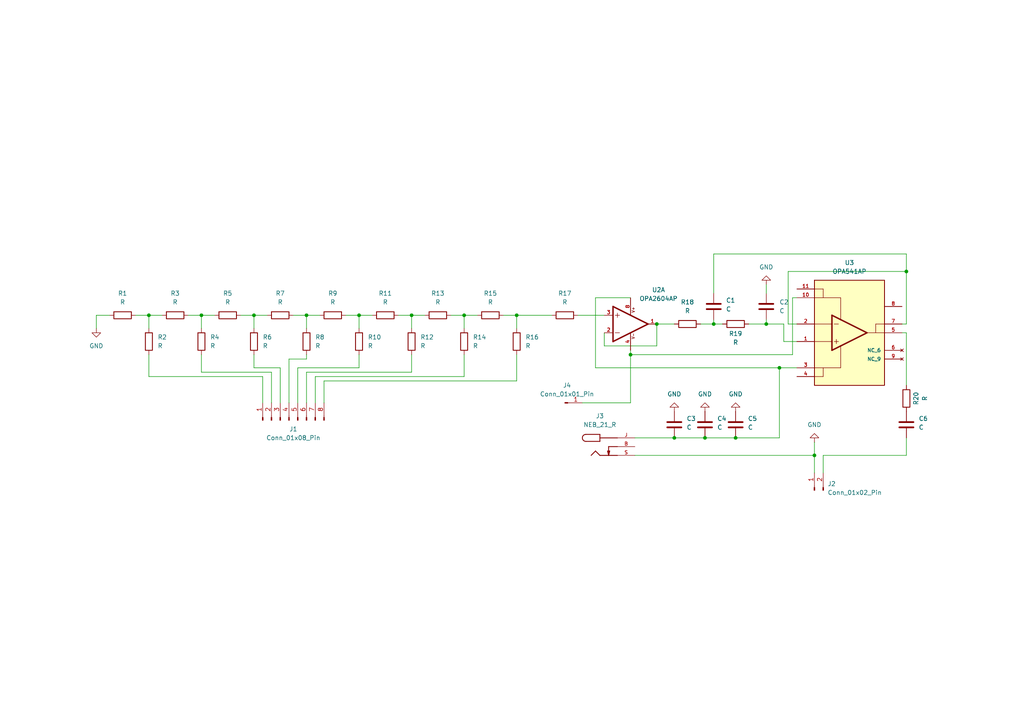
<source format=kicad_sch>
(kicad_sch (version 20231120) (generator "eeschema") (generator_version "8.0")
  (paper "A4")
  (lib_symbols
    (symbol "Connector:Conn_01x01_Pin" (pin_names (offset 1.016) hide)
      (property "Reference" "J" (at 0 2.54 0))
      (property "Value" "Conn_01x01_Pin" (at 0 -2.54 0))
      (symbol "Conn_01x01_Pin_1_1"
        (polyline (pts (xy 1.27 0) (xy 0.8636 0)) (stroke (width 0.1524)))
        (rectangle (start 0.8636 0.127) (end 0 -0.127) (stroke (width 0.1524)) (fill (type outline)))
        (pin passive line (at 5.08 0 180) (length 3.81) (name "Pin_1") (number "1"))
      )
    )
    (symbol "Connector:Conn_01x02_Pin" (pin_names (offset 1.016) hide)
      (property "Reference" "J" (at 0 2.54 0))
      (property "Value" "Conn_01x02_Pin" (at 0 -5.08 0))
      (symbol "Conn_01x02_Pin_1_1"
        (polyline (pts (xy 1.27 -2.54) (xy 0.8636 -2.54)) (stroke (width 0.1524)))
        (polyline (pts (xy 1.27 0) (xy 0.8636 0)) (stroke (width 0.1524)))
        (rectangle (start 0.8636 -2.413) (end 0 -2.667) (stroke (width 0.1524)) (fill (type outline)))
        (rectangle (start 0.8636 0.127) (end 0 -0.127) (stroke (width 0.1524)) (fill (type outline)))
        (pin passive line (at 5.08 0 180) (length 3.81) (name "Pin_1") (number "1"))
        (pin passive line (at 5.08 -2.54 180) (length 3.81) (name "Pin_2") (number "2"))
      )
    )
    (symbol "Connector:Conn_01x08_Pin" (pin_names (offset 1.016) hide)
      (property "Reference" "J" (at 0 10.16 0))
      (property "Value" "Conn_01x08_Pin" (at 0 -12.7 0))
      (symbol "Conn_01x08_Pin_1_1"
        (polyline (pts (xy 1.27 -10.16) (xy 0.8636 -10.16)) (stroke (width 0.1524)))
        (polyline (pts (xy 1.27 -7.62) (xy 0.8636 -7.62)) (stroke (width 0.1524)))
        (polyline (pts (xy 1.27 -5.08) (xy 0.8636 -5.08)) (stroke (width 0.1524)))
        (polyline (pts (xy 1.27 -2.54) (xy 0.8636 -2.54)) (stroke (width 0.1524)))
        (polyline (pts (xy 1.27 0) (xy 0.8636 0)) (stroke (width 0.1524)))
        (polyline (pts (xy 1.27 2.54) (xy 0.8636 2.54)) (stroke (width 0.1524)))
        (polyline (pts (xy 1.27 5.08) (xy 0.8636 5.08)) (stroke (width 0.1524)))
        (polyline (pts (xy 1.27 7.62) (xy 0.8636 7.62)) (stroke (width 0.1524)))
        (rectangle (start 0.8636 -10.033) (end 0 -10.287) (stroke (width 0.1524)) (fill (type outline)))
        (rectangle (start 0.8636 -7.493) (end 0 -7.747) (stroke (width 0.1524)) (fill (type outline)))
        (rectangle (start 0.8636 -4.953) (end 0 -5.207) (stroke (width 0.1524)) (fill (type outline)))
        (rectangle (start 0.8636 -2.413) (end 0 -2.667) (stroke (width 0.1524)) (fill (type outline)))
        (rectangle (start 0.8636 0.127) (end 0 -0.127) (stroke (width 0.1524)) (fill (type outline)))
        (rectangle (start 0.8636 2.667) (end 0 2.413) (stroke (width 0.1524)) (fill (type outline)))
        (rectangle (start 0.8636 5.207) (end 0 4.953) (stroke (width 0.1524)) (fill (type outline)))
        (rectangle (start 0.8636 7.747) (end 0 7.493) (stroke (width 0.1524)) (fill (type outline)))
        (pin passive line (at 5.08 7.62 180) (length 3.81) (name "Pin_1") (number "1"))
        (pin passive line (at 5.08 5.08 180) (length 3.81) (name "Pin_2") (number "2"))
        (pin passive line (at 5.08 2.54 180) (length 3.81) (name "Pin_3") (number "3"))
        (pin passive line (at 5.08 0 180) (length 3.81) (name "Pin_4") (number "4"))
        (pin passive line (at 5.08 -2.54 180) (length 3.81) (name "Pin_5") (number "5"))
        (pin passive line (at 5.08 -5.08 180) (length 3.81) (name "Pin_6") (number "6"))
        (pin passive line (at 5.08 -7.62 180) (length 3.81) (name "Pin_7") (number "7"))
        (pin passive line (at 5.08 -10.16 180) (length 3.81) (name "Pin_8") (number "8"))
      )
    )
    (symbol "Device:C" (pin_numbers hide) (pin_names (offset 0.254))
      (property "Reference" "C" (at 0.635 2.54 0))
      (property "Value" "C" (at 0.635 -2.54 0))
      (symbol "C_0_1"
        (polyline (pts (xy -2.032 -0.762) (xy 2.032 -0.762)) (stroke (width 0.508)))
        (polyline (pts (xy -2.032 0.762) (xy 2.032 0.762)) (stroke (width 0.508)))
      )
      (symbol "C_1_1"
        (pin passive line (at 0 3.81 270) (length 2.794) (name "~") (number "1"))
        (pin passive line (at 0 -3.81 90) (length 2.794) (name "~") (number "2"))
      )
    )
    (symbol "Device:R" (pin_numbers hide) (pin_names (offset 0))
      (property "Reference" "R" (at 2.032 0 90))
      (property "Value" "R" (at 0 0 90))
      (symbol "R_0_1"
        (rectangle (start -1.016 -2.54) (end 1.016 2.54) (stroke (width 0.254)))
      )
      (symbol "R_1_1"
        (pin passive line (at 0 3.81 270) (length 1.27) (name "~") (number "1"))
        (pin passive line (at 0 -3.81 90) (length 1.27) (name "~") (number "2"))
      )
    )
    (symbol "NEB_21_R:NEB_21_R" (pin_names (offset 1.016))
      (property "Reference" "J" (at -5.08 5.08 0))
      (property "Value" "NEB_21_R" (at -5.08 -6.35 0))
      (symbol "NEB_21_R_0_0"
        (arc (start -4.064 3.556) (mid -5.0755 2.54) (end -4.064 1.524) (stroke (width 0.254)))
        (polyline (pts (xy -4.064 1.524) (xy 0 1.524)) (stroke (width 0.254)))
        (polyline (pts (xy -1.27 -1.27) (xy -2.54 -2.54)) (stroke (width 0.254)))
        (polyline (pts (xy 0 -2.54) (xy -1.27 -1.27)) (stroke (width 0.254)))
        (polyline (pts (xy 0 1.524) (xy 0 2.54)) (stroke (width 0.254)))
        (polyline (pts (xy 0 2.54) (xy 0 3.556)) (stroke (width 0.254)))
        (polyline (pts (xy 0 3.556) (xy -4.064 3.556)) (stroke (width 0.254)))
        (polyline (pts (xy 2.54 -2.54) (xy 0 -2.54)) (stroke (width 0.254)))
        (polyline (pts (xy 2.54 0) (xy 2.54 -2.54)) (stroke (width 0.254)))
        (polyline (pts (xy 5.08 -2.54) (xy 2.54 -2.54)) (stroke (width 0.254)))
        (polyline (pts (xy 5.08 0) (xy 2.54 0)) (stroke (width 0.254)))
        (polyline (pts (xy 5.08 2.54) (xy 0 2.54)) (stroke (width 0.254)))
        (polyline (pts (xy 2.54 -2.54) (xy 2.8575 -1.27) (xy 2.2225 -1.27) (xy 2.54 -2.54)) (stroke (width 0.254)) (fill (type outline)))
        (pin passive line (at 10.16 0 180) (length 5.08) (name "~") (number "B"))
        (pin passive line (at 10.16 2.54 180) (length 5.08) (name "~") (number "J"))
        (pin passive line (at 10.16 -2.54 180) (length 5.08) (name "~") (number "S"))
      )
    )
    (symbol "OPA2604AP:OPA2604AP" (pin_names (offset 1.016))
      (property "Reference" "U" (at 2.54 3.175 0))
      (property "Value" "OPA2604AP" (at 2.54 -5.08 0))
      (symbol "OPA2604AP_1_0"
        (polyline (pts (xy -5.08 -5.08) (xy 5.08 0)) (stroke (width 0.4064)))
        (polyline (pts (xy -5.08 5.08) (xy -5.08 -5.08)) (stroke (width 0.4064)))
        (polyline (pts (xy -4.445 -2.54) (xy -3.175 -2.54)) (stroke (width 0.1524)))
        (polyline (pts (xy -4.445 2.54) (xy -3.175 2.54)) (stroke (width 0.1524)))
        (polyline (pts (xy -3.81 3.175) (xy -3.81 1.905)) (stroke (width 0.1524)))
        (polyline (pts (xy 5.08 0) (xy -5.08 5.08)) (stroke (width 0.4064)))
        (text "V+" (at 1.27 3.175 900) (effects (font (size 0.8128 0.8128)) (justify left bottom)))
        (text "V-" (at 1.27 -4.445 900) (effects (font (size 0.8128 0.8128)) (justify left bottom)))
        (pin output line (at 7.62 0 180) (length 2.54) (name "~") (number "1"))
        (pin input line (at -7.62 -2.54 0) (length 2.54) (name "~") (number "2"))
        (pin input line (at -7.62 2.54 0) (length 2.54) (name "~") (number "3"))
        (pin power_in line (at 0 -7.62 90) (length 5.08) (name "~") (number "4"))
        (pin power_in line (at 0 7.62 270) (length 5.08) (name "~") (number "8"))
      )
      (symbol "OPA2604AP_2_0"
        (polyline (pts (xy -5.08 -5.08) (xy 5.08 0)) (stroke (width 0.4064)))
        (polyline (pts (xy -5.08 5.08) (xy -5.08 -5.08)) (stroke (width 0.4064)))
        (polyline (pts (xy -4.445 -2.54) (xy -3.175 -2.54)) (stroke (width 0.1524)))
        (polyline (pts (xy -4.445 2.54) (xy -3.175 2.54)) (stroke (width 0.1524)))
        (polyline (pts (xy -3.81 3.175) (xy -3.81 1.905)) (stroke (width 0.1524)))
        (polyline (pts (xy 5.08 0) (xy -5.08 5.08)) (stroke (width 0.4064)))
        (pin input line (at -7.62 2.54 0) (length 2.54) (name "~") (number "5"))
        (pin input line (at -7.62 -2.54 0) (length 2.54) (name "~") (number "6"))
        (pin output line (at 7.62 0 180) (length 2.54) (name "~") (number "7"))
      )
    )
    (symbol "OPA541:OPA541AP" (pin_names (offset 1.016))
      (property "Reference" "U" (at -10.16 16.002 0))
      (property "Value" "OPA541AP" (at -10.16 -16.002 0))
      (symbol "OPA541AP_0_0"
        (rectangle (start -10.16 -15.24) (end 10.16 15.24) (stroke (width 0.254)) (fill (type background)))
        (polyline (pts (xy -10.16 -12.7) (xy -7.62 -12.7)) (stroke (width 0.1524)))
        (polyline (pts (xy -10.16 -10.16) (xy -7.62 -10.16)) (stroke (width 0.1524)))
        (polyline (pts (xy -10.16 -2.54) (xy -5.08 -2.54)) (stroke (width 0.1524)))
        (polyline (pts (xy -10.16 2.54) (xy -5.08 2.54)) (stroke (width 0.1524)))
        (polyline (pts (xy -10.16 10.16) (xy -7.62 10.16)) (stroke (width 0.1524)))
        (polyline (pts (xy -10.16 12.7) (xy -7.62 12.7)) (stroke (width 0.1524)))
        (polyline (pts (xy -7.62 -12.7) (xy -7.62 -10.16)) (stroke (width 0.1524)))
        (polyline (pts (xy -7.62 -10.16) (xy -2.54 -10.16)) (stroke (width 0.1524)))
        (polyline (pts (xy -7.62 10.16) (xy -2.54 10.16)) (stroke (width 0.1524)))
        (polyline (pts (xy -7.62 12.7) (xy -7.62 10.16)) (stroke (width 0.1524)))
        (polyline (pts (xy -5.08 -5.08) (xy -2.54 -3.81)) (stroke (width 0.4064)))
        (polyline (pts (xy -5.08 -2.54) (xy -5.08 -5.08)) (stroke (width 0.4064)))
        (polyline (pts (xy -5.08 2.54) (xy -5.08 -2.54)) (stroke (width 0.4064)))
        (polyline (pts (xy -5.08 5.08) (xy -5.08 2.54)) (stroke (width 0.4064)))
        (polyline (pts (xy -4.445 -2.54) (xy -3.175 -2.54)) (stroke (width 0.1524)))
        (polyline (pts (xy -4.445 2.54) (xy -3.175 2.54)) (stroke (width 0.1524)))
        (polyline (pts (xy -3.81 -1.905) (xy -3.81 -3.175)) (stroke (width 0.1524)))
        (polyline (pts (xy -2.54 -10.16) (xy -2.54 -3.81)) (stroke (width 0.1524)))
        (polyline (pts (xy -2.54 -3.81) (xy 5.08 0)) (stroke (width 0.4064)))
        (polyline (pts (xy -2.54 3.81) (xy -5.08 5.08)) (stroke (width 0.4064)))
        (polyline (pts (xy -2.54 10.16) (xy -2.54 3.81)) (stroke (width 0.1524)))
        (polyline (pts (xy 5.08 0) (xy -2.54 3.81)) (stroke (width 0.4064)))
        (polyline (pts (xy 5.08 0) (xy 7.62 0)) (stroke (width 0.1524)))
        (polyline (pts (xy 7.62 0) (xy 10.16 0)) (stroke (width 0.1524)))
        (polyline (pts (xy 7.62 2.54) (xy 7.62 0)) (stroke (width 0.1524)))
        (polyline (pts (xy 10.16 2.54) (xy 7.62 2.54)) (stroke (width 0.1524)))
        (pin input line (at -15.24 -2.54 0) (length 5.08) (name "~") (number "1"))
        (pin power_in line (at -15.24 10.16 0) (length 5.08) (name "~") (number "10"))
        (pin power_in line (at -15.24 12.7 0) (length 5.08) (name "~") (number "11"))
        (pin input line (at -15.24 2.54 0) (length 5.08) (name "~") (number "2"))
        (pin power_in line (at -15.24 -10.16 0) (length 5.08) (name "~") (number "3"))
        (pin power_in line (at -15.24 -12.7 0) (length 5.08) (name "~") (number "4"))
        (pin output line (at 15.24 0 180) (length 5.08) (name "~") (number "5"))
        (pin no_connect line (at 15.24 -5.08 180) (length 5.08) (name "NC_6") (number "6"))
        (pin output line (at 15.24 2.54 180) (length 5.08) (name "~") (number "7"))
        (pin input line (at 15.24 7.62 180) (length 5.08) (name "~") (number "8"))
        (pin no_connect line (at 15.24 -7.62 180) (length 5.08) (name "NC_9") (number "9"))
      )
    )
    (symbol "power:GND" (power) (pin_numbers hide) (pin_names (offset 0) hide)
      (property "Value" "GND" (at 0 -3.81 0))
      (symbol "GND_0_1"
        (polyline (pts (xy 0 0) (xy 0 -1.27) (xy 1.27 -1.27) (xy 0 -2.54) (xy -1.27 -1.27) (xy 0 -1.27)))
      )
      (symbol "GND_1_1"
        (pin power_in line (at 0 0 270) (length 0) (name "~") (number "1"))
      )
    )
  )
  (junction (at 73.66 91.44))
  (junction (at 149.86 91.44))
  (junction (at 207.01 93.98))
  (junction (at 182.88 102.87))
  (junction (at 43.18 91.44))
  (junction (at 262.89 78.74))
  (junction (at 236.22 132.08))
  (junction (at 104.14 91.44))
  (junction (at 119.38 91.44))
  (junction (at 213.36 127))
  (junction (at 204.47 127))
  (junction (at 58.42 91.44))
  (junction (at 88.9 91.44))
  (junction (at 134.62 91.44))
  (junction (at 222.25 93.98))
  (junction (at 195.58 127))
  (junction (at 190.5 93.98))
  (junction (at 226.06 106.68))
  (wire (pts (xy 85.09 91.44) (xy 88.9 91.44)))
  (wire (pts (xy 146.05 91.44) (xy 149.86 91.44)))
  (wire (pts (xy 104.14 106.68) (xy 86.36 106.68)))
  (wire (pts (xy 227.33 93.98) (xy 227.33 99.06)))
  (wire (pts (xy 115.57 91.44) (xy 119.38 91.44)))
  (wire (pts (xy 134.62 91.44) (xy 138.43 91.44)))
  (wire (pts (xy 190.5 93.98) (xy 195.58 93.98)))
  (wire (pts (xy 78.74 107.95) (xy 78.74 116.84)))
  (wire (pts (xy 149.86 110.49) (xy 149.86 102.87)))
  (wire (pts (xy 58.42 102.87) (xy 58.42 107.95)))
  (wire (pts (xy 104.14 102.87) (xy 104.14 106.68)))
  (wire (pts (xy 184.15 132.08) (xy 236.22 132.08)))
  (wire (pts (xy 93.98 116.84) (xy 93.98 110.49)))
  (wire (pts (xy 262.89 73.66) (xy 262.89 78.74)))
  (wire (pts (xy 43.18 102.87) (xy 43.18 109.22)))
  (wire (pts (xy 86.36 106.68) (xy 86.36 116.84)))
  (wire (pts (xy 175.26 96.52) (xy 175.26 100.33)))
  (wire (pts (xy 73.66 102.87) (xy 73.66 106.68)))
  (wire (pts (xy 104.14 91.44) (xy 104.14 95.25)))
  (wire (pts (xy 58.42 91.44) (xy 58.42 95.25)))
  (wire (pts (xy 39.37 91.44) (xy 43.18 91.44)))
  (wire (pts (xy 262.89 127) (xy 262.89 132.08)))
  (wire (pts (xy 149.86 91.44) (xy 160.02 91.44)))
  (wire (pts (xy 88.9 102.87) (xy 88.9 104.14)))
  (wire (pts (xy 88.9 116.84) (xy 88.9 107.95)))
  (wire (pts (xy 238.76 132.08) (xy 238.76 137.16)))
  (wire (pts (xy 204.47 127) (xy 213.36 127)))
  (wire (pts (xy 73.66 106.68) (xy 81.28 106.68)))
  (wire (pts (xy 83.82 104.14) (xy 83.82 116.84)))
  (wire (pts (xy 88.9 104.14) (xy 83.82 104.14)))
  (wire (pts (xy 175.26 100.33) (xy 190.5 100.33)))
  (wire (pts (xy 167.64 91.44) (xy 175.26 91.44)))
  (wire (pts (xy 227.33 99.06) (xy 231.14 99.06)))
  (wire (pts (xy 228.6 93.98) (xy 228.6 78.74)))
  (wire (pts (xy 69.85 91.44) (xy 73.66 91.44)))
  (wire (pts (xy 54.61 91.44) (xy 58.42 91.44)))
  (wire (pts (xy 88.9 107.95) (xy 119.38 107.95)))
  (wire (pts (xy 203.2 93.98) (xy 207.01 93.98)))
  (wire (pts (xy 88.9 91.44) (xy 88.9 95.25)))
  (wire (pts (xy 228.6 78.74) (xy 262.89 78.74)))
  (wire (pts (xy 207.01 93.98) (xy 209.55 93.98)))
  (wire (pts (xy 104.14 91.44) (xy 107.95 91.44)))
  (wire (pts (xy 119.38 107.95) (xy 119.38 102.87)))
  (wire (pts (xy 91.44 109.22) (xy 134.62 109.22)))
  (wire (pts (xy 213.36 127) (xy 226.06 127)))
  (wire (pts (xy 236.22 137.16) (xy 236.22 132.08)))
  (wire (pts (xy 134.62 91.44) (xy 134.62 95.25)))
  (wire (pts (xy 207.01 92.71) (xy 207.01 93.98)))
  (wire (pts (xy 168.91 116.84) (xy 182.88 116.84)))
  (wire (pts (xy 222.25 92.71) (xy 222.25 93.98)))
  (wire (pts (xy 43.18 91.44) (xy 46.99 91.44)))
  (wire (pts (xy 184.15 127) (xy 195.58 127)))
  (wire (pts (xy 149.86 91.44) (xy 149.86 95.25)))
  (wire (pts (xy 231.14 93.98) (xy 228.6 93.98)))
  (wire (pts (xy 190.5 93.98) (xy 190.5 100.33)))
  (wire (pts (xy 73.66 91.44) (xy 77.47 91.44)))
  (wire (pts (xy 229.87 86.36) (xy 229.87 102.87)))
  (wire (pts (xy 227.33 93.98) (xy 222.25 93.98)))
  (wire (pts (xy 73.66 91.44) (xy 73.66 95.25)))
  (wire (pts (xy 195.58 127) (xy 204.47 127)))
  (wire (pts (xy 226.06 106.68) (xy 231.14 106.68)))
  (wire (pts (xy 76.2 109.22) (xy 76.2 116.84)))
  (wire (pts (xy 172.72 106.68) (xy 226.06 106.68)))
  (wire (pts (xy 119.38 91.44) (xy 119.38 95.25)))
  (wire (pts (xy 43.18 109.22) (xy 76.2 109.22)))
  (wire (pts (xy 229.87 102.87) (xy 182.88 102.87)))
  (wire (pts (xy 88.9 91.44) (xy 92.71 91.44)))
  (wire (pts (xy 217.17 93.98) (xy 222.25 93.98)))
  (wire (pts (xy 130.81 91.44) (xy 134.62 91.44)))
  (wire (pts (xy 91.44 116.84) (xy 91.44 109.22)))
  (wire (pts (xy 236.22 128.27) (xy 236.22 132.08)))
  (wire (pts (xy 226.06 127) (xy 226.06 106.68)))
  (wire (pts (xy 100.33 91.44) (xy 104.14 91.44)))
  (wire (pts (xy 134.62 109.22) (xy 134.62 102.87)))
  (wire (pts (xy 261.62 96.52) (xy 262.89 96.52)))
  (wire (pts (xy 27.94 91.44) (xy 31.75 91.44)))
  (wire (pts (xy 207.01 73.66) (xy 262.89 73.66)))
  (wire (pts (xy 119.38 91.44) (xy 123.19 91.44)))
  (wire (pts (xy 262.89 78.74) (xy 262.89 93.98)))
  (wire (pts (xy 222.25 82.55) (xy 222.25 85.09)))
  (wire (pts (xy 262.89 132.08) (xy 238.76 132.08)))
  (wire (pts (xy 93.98 110.49) (xy 149.86 110.49)))
  (wire (pts (xy 231.14 86.36) (xy 229.87 86.36)))
  (wire (pts (xy 262.89 96.52) (xy 262.89 111.76)))
  (wire (pts (xy 58.42 91.44) (xy 62.23 91.44)))
  (wire (pts (xy 27.94 95.25) (xy 27.94 91.44)))
  (wire (pts (xy 182.88 86.36) (xy 172.72 86.36)))
  (wire (pts (xy 182.88 102.87) (xy 182.88 101.6)))
  (wire (pts (xy 81.28 106.68) (xy 81.28 116.84)))
  (wire (pts (xy 182.88 116.84) (xy 182.88 102.87)))
  (wire (pts (xy 43.18 91.44) (xy 43.18 95.25)))
  (wire (pts (xy 58.42 107.95) (xy 78.74 107.95)))
  (wire (pts (xy 262.89 93.98) (xy 261.62 93.98)))
  (wire (pts (xy 207.01 85.09) (xy 207.01 73.66)))
  (wire (pts (xy 172.72 86.36) (xy 172.72 106.68)))
  (symbol (lib_id "Device:C") (at 207.01 88.9 0) (unit 1)
    (property "Reference" "C1" (at 210.566 87.122 0) (effects (justify left)))
    (property "Value" "C" (at 210.566 89.662 0) (effects (justify left)))
    (property "Footprint" "Capacitor_THT:C_Rect_L4.0mm_W2.5mm_P2.50mm" (effects (hide yes)))
    (property "Description" "Unpolarized capacitor" (effects (hide yes)))
  )
  (symbol (lib_id "Device:C") (at 213.36 123.19 0) (unit 1)
    (property "Reference" "C5" (at 216.916 121.412 0) (effects (justify left)))
    (property "Value" "C" (at 216.916 123.952 0) (effects (justify left)))
    (property "Footprint" "Capacitor_THT:C_Rect_L4.0mm_W2.5mm_P2.50mm" (effects (hide yes)))
    (property "Description" "Unpolarized capacitor" (effects (hide yes)))
  )
  (symbol (lib_id "Connector:Conn_01x02_Pin") (at 236.22 142.24 90) (unit 1)
    (property "Reference" "J2" (at 240.03 140.3349 90) (effects (justify right)))
    (property "Value" "Conn_01x02_Pin" (at 240.03 142.8749 90) (effects (justify right)))
    (property "Footprint" "Connector_PinHeader_2.54mm:PinHeader_1x02_P2.54mm_Vertical" (effects (hide yes)))
    (property "Description" "Generic connector, single row, 01x02, script generated" (effects (hide yes)))
  )
  (symbol (lib_id "Device:R") (at 134.62 99.06 0) (unit 1)
    (property "Reference" "R14" (at 137.16 97.7899 0) (effects (justify left)))
    (property "Value" "R" (at 137.16 100.3299 0) (effects (justify left)))
    (property "Footprint" "Resistor_THT:R_Bare_Metal_Element_L12.4mm_W4.8mm_P11.40mm" (effects (hide yes)))
    (property "Description" "Resistor" (effects (hide yes)))
  )
  (symbol (lib_id "Connector:Conn_01x01_Pin") (at 163.83 116.84 0) (unit 1)
    (property "Reference" "J4" (at 164.465 111.76 0))
    (property "Value" "Conn_01x01_Pin" (at 164.465 114.3 0))
    (property "Footprint" "Connector_PinHeader_2.54mm:PinHeader_1x01_P2.54mm_Horizontal" (effects (hide yes)))
    (property "Description" "Generic connector, single row, 01x01, script generated" (effects (hide yes)))
  )
  (symbol (lib_id "Device:R") (at 58.42 99.06 0) (unit 1)
    (property "Reference" "R4" (at 60.96 97.7899 0) (effects (justify left)))
    (property "Value" "R" (at 60.96 100.3299 0) (effects (justify left)))
    (property "Footprint" "Resistor_THT:R_Bare_Metal_Element_L12.4mm_W4.8mm_P11.40mm" (effects (hide yes)))
    (property "Description" "Resistor" (effects (hide yes)))
  )
  (symbol (lib_id "Device:R") (at 142.24 91.44 90) (unit 1)
    (property "Reference" "R15" (at 142.24 85.09 90))
    (property "Value" "R" (at 142.24 87.63 90))
    (property "Footprint" "Resistor_THT:R_Bare_Metal_Element_L12.4mm_W4.8mm_P11.40mm" (effects (hide yes)))
    (property "Description" "Resistor" (effects (hide yes)))
  )
  (symbol (lib_id "Device:R") (at 81.28 91.44 90) (unit 1)
    (property "Reference" "R7" (at 81.28 85.09 90))
    (property "Value" "R" (at 81.28 87.63 90))
    (property "Footprint" "Resistor_THT:R_Bare_Metal_Element_L12.4mm_W4.8mm_P11.40mm" (effects (hide yes)))
    (property "Description" "Resistor" (effects (hide yes)))
  )
  (symbol (lib_id "power:GND") (at 213.36 119.38 180) (unit 1)
    (property "Reference" "#PWR06" (effects (hide yes)))
    (property "Value" "GND" (at 213.36 114.3 0))
    (property "Description" "Power symbol creates a global label with name \"GND\" , ground" (effects (hide yes)))
  )
  (symbol (lib_id "power:GND") (at 27.94 95.25 0) (unit 1)
    (property "Reference" "#PWR02" (effects (hide yes)))
    (property "Value" "GND" (at 27.94 100.33 0))
    (property "Description" "Power symbol creates a global label with name \"GND\" , ground" (effects (hide yes)))
  )
  (symbol (lib_id "Device:R") (at 88.9 99.06 0) (unit 1)
    (property "Reference" "R8" (at 91.44 97.7899 0) (effects (justify left)))
    (property "Value" "R" (at 91.44 100.3299 0) (effects (justify left)))
    (property "Footprint" "Resistor_THT:R_Bare_Metal_Element_L12.4mm_W4.8mm_P11.40mm" (effects (hide yes)))
    (property "Description" "Resistor" (effects (hide yes)))
  )
  (symbol (lib_id "Device:R") (at 127 91.44 270) (unit 1)
    (property "Reference" "R13" (at 127 85.09 90))
    (property "Value" "R" (at 127 87.63 90))
    (property "Footprint" "Resistor_THT:R_Bare_Metal_Element_L12.4mm_W4.8mm_P11.40mm" (effects (hide yes)))
    (property "Description" "Resistor" (effects (hide yes)))
  )
  (symbol (lib_id "power:GND") (at 222.25 82.55 180) (unit 1)
    (property "Reference" "#PWR01" (effects (hide yes)))
    (property "Value" "GND" (at 222.25 77.47 0))
    (property "Description" "Power symbol creates a global label with name \"GND\" , ground" (effects (hide yes)))
  )
  (symbol (lib_id "Device:R") (at 50.8 91.44 270) (unit 1)
    (property "Reference" "R3" (at 50.8 85.09 90))
    (property "Value" "R" (at 50.8 87.63 90))
    (property "Footprint" "Resistor_THT:R_Bare_Metal_Element_L12.4mm_W4.8mm_P11.40mm" (effects (hide yes)))
    (property "Description" "Resistor" (effects (hide yes)))
  )
  (symbol (lib_id "Device:R") (at 104.14 99.06 0) (unit 1)
    (property "Reference" "R10" (at 106.68 97.7899 0) (effects (justify left)))
    (property "Value" "R" (at 106.68 100.3299 0) (effects (justify left)))
    (property "Footprint" "Resistor_THT:R_Bare_Metal_Element_L12.4mm_W4.8mm_P11.40mm" (effects (hide yes)))
    (property "Description" "Resistor" (effects (hide yes)))
  )
  (symbol (lib_id "Device:R") (at 96.52 91.44 270) (unit 1)
    (property "Reference" "R9" (at 96.52 85.09 90))
    (property "Value" "R" (at 96.52 87.63 90))
    (property "Footprint" "Resistor_THT:R_Bare_Metal_Element_L12.4mm_W4.8mm_P11.40mm" (effects (hide yes)))
    (property "Description" "Resistor" (effects (hide yes)))
  )
  (symbol (lib_id "Connector:Conn_01x08_Pin") (at 83.82 121.92 90) (unit 1)
    (property "Reference" "J1" (at 85.09 124.46 90))
    (property "Value" "Conn_01x08_Pin" (at 85.09 127 90))
    (property "Footprint" "Connector_PinSocket_2.54mm:PinSocket_1x08_P2.54mm_Vertical" (effects (hide yes)))
    (property "Description" "Generic connector, single row, 01x08, script generated" (effects (hide yes)))
  )
  (symbol (lib_id "Device:C") (at 204.47 123.19 0) (unit 1)
    (property "Reference" "C4" (at 208.026 121.412 0) (effects (justify left)))
    (property "Value" "C" (at 208.026 123.952 0) (effects (justify left)))
    (property "Footprint" "Capacitor_THT:C_Rect_L4.0mm_W2.5mm_P2.50mm" (effects (hide yes)))
    (property "Description" "Unpolarized capacitor" (effects (hide yes)))
  )
  (symbol (lib_id "Device:R") (at 43.18 99.06 0) (unit 1)
    (property "Reference" "R2" (at 45.72 97.7899 0) (effects (justify left)))
    (property "Value" "R" (at 45.72 100.3299 0) (effects (justify left)))
    (property "Footprint" "Resistor_THT:R_Bare_Metal_Element_L12.4mm_W4.8mm_P11.40mm" (effects (hide yes)))
    (property "Description" "Resistor" (effects (hide yes)))
  )
  (symbol (lib_id "Device:C") (at 222.25 88.9 0) (unit 1)
    (property "Reference" "C2" (at 226.06 87.6299 0) (effects (justify left)))
    (property "Value" "C" (at 226.06 90.1699 0) (effects (justify left)))
    (property "Footprint" "Capacitor_THT:C_Rect_L4.0mm_W2.5mm_P2.50mm" (effects (hide yes)))
    (property "Description" "Unpolarized capacitor" (effects (hide yes)))
  )
  (symbol (lib_id "Device:R") (at 213.36 93.98 270) (unit 1)
    (property "Reference" "R19" (at 213.36 96.774 90))
    (property "Value" "R" (at 213.36 99.314 90))
    (property "Footprint" "Resistor_THT:R_Bare_Metal_Element_L12.4mm_W4.8mm_P11.40mm" (effects (hide yes)))
    (property "Description" "Resistor" (effects (hide yes)))
  )
  (symbol (lib_id "Device:C") (at 262.89 123.19 0) (unit 1)
    (property "Reference" "C6" (at 266.446 121.412 0) (effects (justify left)))
    (property "Value" "C" (at 266.446 123.952 0) (effects (justify left)))
    (property "Footprint" "Capacitor_THT:C_Rect_L4.0mm_W2.5mm_P2.50mm" (effects (hide yes)))
    (property "Description" "Unpolarized capacitor" (effects (hide yes)))
  )
  (symbol (lib_id "NEB_21_R:NEB_21_R") (at 173.99 129.54 0) (unit 1)
    (property "Reference" "J3" (at 173.9922 120.65 0))
    (property "Value" "NEB_21_R" (at 173.9922 123.19 0))
    (property "Footprint" "OPA wisper:LUMBERG_NEB_21_R" (effects (hide yes)))
    (property "MF" "Lumberg" (effects (hide yes)))
    (property "MAXIMUM_PACKAGE_HEIGHT" "11 mm" (effects (hide yes)))
    (property "Package" "None" (effects (hide yes)))
    (property "Price" "None" (effects (hide yes)))
    (property "Check_prices" "https://www.snapeda.com/parts/NEB%2021%20R/Lumberg+Connectors/view-part/?ref=eda" (effects (hide yes)))
    (property "STANDARD" "Manufacturer Recommendations" (effects (hide yes)))
    (property "PARTREV" "01/2018" (effects (hide yes)))
    (property "SnapEDA_Link" "https://www.snapeda.com/parts/NEB%2021%20R/Lumberg+Connectors/view-part/?ref=snap" (effects (hide yes)))
    (property "MP" "NEB 21 R" (effects (hide yes)))
    (property "Description_1" "\n                        \n                            Socket; DC supply; male; 5,5/2,1mm; with on/off switch; on PCBs\n                        \n" (effects (hide yes)))
    (property "Availability" "Not in stock" (effects (hide yes)))
    (property "MANUFACTURER" "Lumberg" (effects (hide yes)))
  )
  (symbol (lib_id "OPA2604AP:OPA2604AP") (at 182.88 93.98 0) (unit 1)
    (property "Reference" "U2" (at 191.008 84.074 0))
    (property "Value" "OPA2604AP" (at 191.008 86.614 0))
    (property "Footprint" "OPA wisper:DIP794W45P254L1016H508Q8" (effects (hide yes)))
    (property "MF" "Texas Instruments" (effects (hide yes)))
    (property "Description_1" "\n                        \n                            General Purpose Amplifier 2 Circuit Differential 8-PDIP\n                        \n" (effects (hide yes)))
    (property "Package" "PDIP-8 Texas" (effects (hide yes)))
    (property "Price" "None" (effects (hide yes)))
    (property "Check_prices" "https://www.snapeda.com/parts/OPA2604AP/Texas+Instruments/view-part/?ref=eda" (effects (hide yes)))
    (property "STANDARD" "IPC-7251" (effects (hide yes)))
    (property "PARTREV" "A" (effects (hide yes)))
    (property "SnapEDA_Link" "https://www.snapeda.com/parts/OPA2604AP/Texas+Instruments/view-part/?ref=snap" (effects (hide yes)))
    (property "MP" "OPA2604AP" (effects (hide yes)))
    (property "Availability" "In Stock" (effects (hide yes)))
    (property "MANUFACTURER" "Texas Instruments" (effects (hide yes)))
  )
  (symbol (lib_id "Device:R") (at 66.04 91.44 90) (unit 1)
    (property "Reference" "R5" (at 66.04 85.09 90))
    (property "Value" "R" (at 66.04 87.63 90))
    (property "Footprint" "Resistor_THT:R_Bare_Metal_Element_L12.4mm_W4.8mm_P11.40mm" (effects (hide yes)))
    (property "Description" "Resistor" (effects (hide yes)))
  )
  (symbol (lib_id "Device:R") (at 163.83 91.44 90) (unit 1)
    (property "Reference" "R17" (at 163.83 85.09 90))
    (property "Value" "R" (at 163.83 87.63 90))
    (property "Footprint" "Resistor_THT:R_Bare_Metal_Element_L12.4mm_W4.8mm_P11.40mm" (effects (hide yes)))
    (property "Description" "Resistor" (effects (hide yes)))
  )
  (symbol (lib_id "power:GND") (at 236.22 128.27 180) (unit 1)
    (property "Reference" "#PWR03" (effects (hide yes)))
    (property "Value" "GND" (at 236.22 123.19 0))
    (property "Description" "Power symbol creates a global label with name \"GND\" , ground" (effects (hide yes)))
  )
  (symbol (lib_id "Device:R") (at 199.39 93.98 90) (unit 1)
    (property "Reference" "R18" (at 199.39 87.63 90))
    (property "Value" "R" (at 199.39 90.17 90))
    (property "Footprint" "Resistor_THT:R_Bare_Metal_Element_L12.4mm_W4.8mm_P11.40mm" (effects (hide yes)))
    (property "Description" "Resistor" (effects (hide yes)))
  )
  (symbol (lib_id "power:GND") (at 195.58 119.38 180) (unit 1)
    (property "Reference" "#PWR04" (effects (hide yes)))
    (property "Value" "GND" (at 195.58 114.3 0))
    (property "Description" "Power symbol creates a global label with name \"GND\" , ground" (effects (hide yes)))
  )
  (symbol (lib_id "Device:C") (at 195.58 123.19 0) (unit 1)
    (property "Reference" "C3" (at 199.136 121.412 0) (effects (justify left)))
    (property "Value" "C" (at 199.136 123.952 0) (effects (justify left)))
    (property "Footprint" "Capacitor_THT:C_Rect_L4.0mm_W2.5mm_P2.50mm" (effects (hide yes)))
    (property "Description" "Unpolarized capacitor" (effects (hide yes)))
  )
  (symbol (lib_id "OPA541:OPA541AP") (at 246.38 96.52 0) (unit 1)
    (property "Reference" "U3" (at 246.38 76.2 0))
    (property "Value" "OPA541AP" (at 246.38 78.74 0))
    (property "Footprint" "OPA wisper:TO170P2027X462X2456-11" (effects (hide yes)))
    (property "MF" "Texas Instruments" (effects (hide yes)))
    (property "MAXIMUM_PACKAGE_HEIGHT" "24.56mm" (effects (hide yes)))
    (property "Package" "TO-220-11 Texas Instruments" (effects (hide yes)))
    (property "Price" "None" (effects (hide yes)))
    (property "Check_prices" "https://www.snapeda.com/parts/OPA541AP/Texas+Instruments/view-part/?ref=eda" (effects (hide yes)))
    (property "STANDARD" "IPC-7351B" (effects (hide yes)))
    (property "PARTREV" "B" (effects (hide yes)))
    (property "SnapEDA_Link" "https://www.snapeda.com/parts/OPA541AP/Texas+Instruments/view-part/?ref=snap" (effects (hide yes)))
    (property "SNAPEDA_PACKAGE_ID" "102954" (effects (hide yes)))
    (property "MP" "OPA541AP" (effects (hide yes)))
    (property "Description_1" "\n                        \n                            High Power Monolithic Operational Amplifier\n                        \n" (effects (hide yes)))
    (property "Availability" "In Stock" (effects (hide yes)))
    (property "MANUFACTURER" "Texas Instruments" (effects (hide yes)))
  )
  (symbol (lib_id "Device:R") (at 262.89 115.57 0) (unit 1)
    (property "Reference" "R20" (at 265.684 115.57 90))
    (property "Value" "R" (at 268.224 115.57 90))
    (property "Footprint" "Resistor_THT:R_Bare_Metal_Element_L12.4mm_W4.8mm_P11.40mm" (effects (hide yes)))
    (property "Description" "Resistor" (effects (hide yes)))
  )
  (symbol (lib_id "Device:R") (at 149.86 99.06 0) (unit 1)
    (property "Reference" "R16" (at 152.4 97.7899 0) (effects (justify left)))
    (property "Value" "R" (at 152.4 100.3299 0) (effects (justify left)))
    (property "Footprint" "Resistor_THT:R_Bare_Metal_Element_L12.4mm_W4.8mm_P11.40mm" (effects (hide yes)))
    (property "Description" "Resistor" (effects (hide yes)))
  )
  (symbol (lib_id "Device:R") (at 111.76 91.44 90) (unit 1)
    (property "Reference" "R11" (at 111.76 85.09 90))
    (property "Value" "R" (at 111.76 87.63 90))
    (property "Footprint" "Resistor_THT:R_Bare_Metal_Element_L12.4mm_W4.8mm_P11.40mm" (effects (hide yes)))
    (property "Description" "Resistor" (effects (hide yes)))
  )
  (symbol (lib_id "power:GND") (at 204.47 119.38 180) (unit 1)
    (property "Reference" "#PWR05" (effects (hide yes)))
    (property "Value" "GND" (at 204.47 114.3 0))
    (property "Description" "Power symbol creates a global label with name \"GND\" , ground" (effects (hide yes)))
  )
  (symbol (lib_id "Device:R") (at 119.38 99.06 0) (unit 1)
    (property "Reference" "R12" (at 121.92 97.7899 0) (effects (justify left)))
    (property "Value" "R" (at 121.92 100.3299 0) (effects (justify left)))
    (property "Footprint" "Resistor_THT:R_Bare_Metal_Element_L12.4mm_W4.8mm_P11.40mm" (effects (hide yes)))
    (property "Description" "Resistor" (effects (hide yes)))
  )
  (symbol (lib_id "Device:R") (at 35.56 91.44 90) (unit 1)
    (property "Reference" "R1" (at 35.56 85.09 90))
    (property "Value" "R" (at 35.56 87.63 90))
    (property "Footprint" "Resistor_THT:R_Bare_Metal_Element_L12.4mm_W4.8mm_P11.40mm" (effects (hide yes)))
    (property "Description" "Resistor" (effects (hide yes)))
  )
  (symbol (lib_id "Device:R") (at 73.66 99.06 0) (unit 1)
    (property "Reference" "R6" (at 76.2 97.7899 0) (effects (justify left)))
    (property "Value" "R" (at 76.2 100.3299 0) (effects (justify left)))
    (property "Footprint" "Resistor_THT:R_Bare_Metal_Element_L12.4mm_W4.8mm_P11.40mm" (effects (hide yes)))
    (property "Description" "Resistor" (effects (hide yes)))
  )
)
</source>
